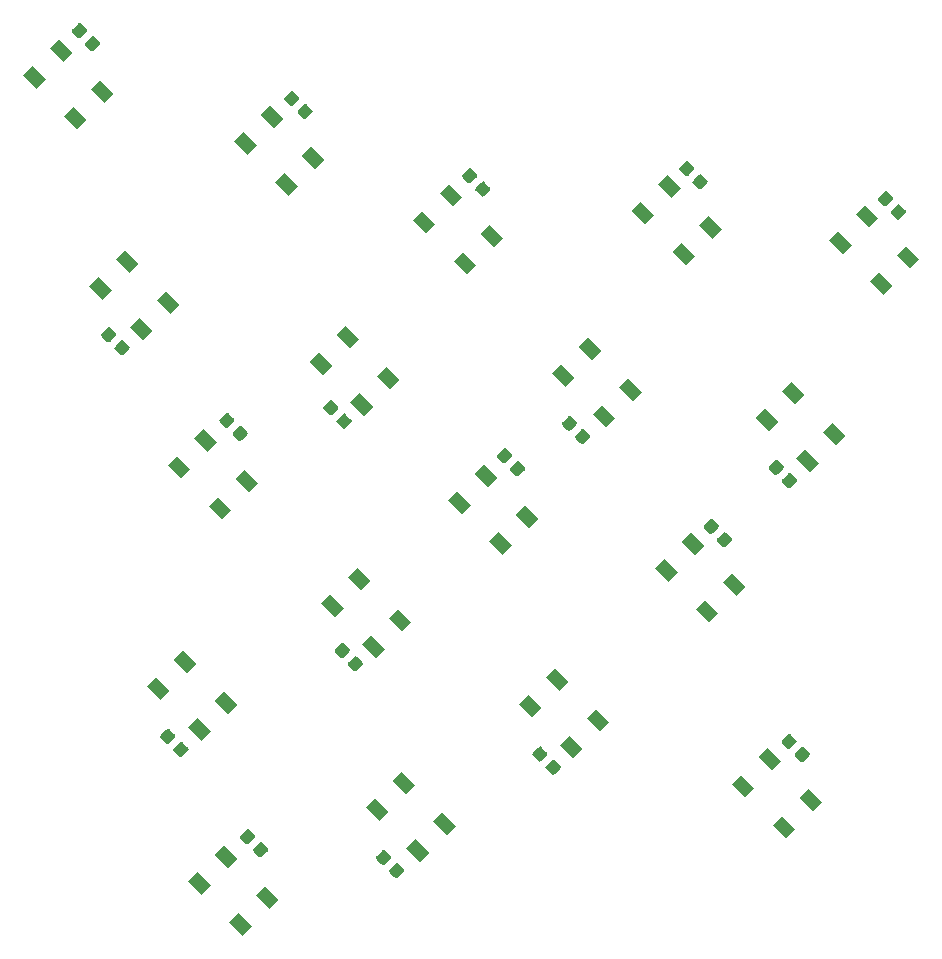
<source format=gts>
G04 #@! TF.GenerationSoftware,KiCad,Pcbnew,5.1.4+dfsg1-1*
G04 #@! TF.CreationDate,2019-11-16T18:33:33+01:00*
G04 #@! TF.ProjectId,LED-Polyhedron,4c45442d-506f-46c7-9968-6564726f6e2e,rev?*
G04 #@! TF.SameCoordinates,Original*
G04 #@! TF.FileFunction,Soldermask,Top*
G04 #@! TF.FilePolarity,Negative*
%FSLAX46Y46*%
G04 Gerber Fmt 4.6, Leading zero omitted, Abs format (unit mm)*
G04 Created by KiCad (PCBNEW 5.1.4+dfsg1-1) date 2019-11-16 18:33:33*
%MOMM*%
%LPD*%
G04 APERTURE LIST*
%ADD10C,0.100000*%
G04 APERTURE END LIST*
D10*
G36*
X25557049Y-81290559D02*
G01*
X24777818Y-82069790D01*
X23645033Y-80937005D01*
X24424264Y-80157774D01*
X25557049Y-81290559D01*
X25557049Y-81290559D01*
G37*
G36*
X27819790Y-79027818D02*
G01*
X27040559Y-79807049D01*
X25907774Y-78674264D01*
X26687005Y-77895033D01*
X27819790Y-79027818D01*
X27819790Y-79027818D01*
G37*
G36*
X22092226Y-77825736D02*
G01*
X21312995Y-78604967D01*
X20180210Y-77472182D01*
X20959441Y-76692951D01*
X22092226Y-77825736D01*
X22092226Y-77825736D01*
G37*
G36*
X37868705Y-75918855D02*
G01*
X37902683Y-75929163D01*
X37934004Y-75945904D01*
X37966218Y-75972342D01*
X38006069Y-76012193D01*
X38006075Y-76012198D01*
X38351496Y-76357619D01*
X38351501Y-76357625D01*
X38391352Y-76397476D01*
X38417790Y-76429690D01*
X38434531Y-76461011D01*
X38444839Y-76494989D01*
X38448319Y-76530330D01*
X38444839Y-76565671D01*
X38434531Y-76599649D01*
X38417790Y-76630970D01*
X38391352Y-76663184D01*
X38351501Y-76703035D01*
X38351496Y-76703041D01*
X37953041Y-77101496D01*
X37953035Y-77101501D01*
X37913184Y-77141352D01*
X37880970Y-77167790D01*
X37849649Y-77184531D01*
X37815671Y-77194839D01*
X37780330Y-77198319D01*
X37744989Y-77194839D01*
X37711011Y-77184531D01*
X37679690Y-77167790D01*
X37647476Y-77141352D01*
X37607625Y-77101501D01*
X37607619Y-77101496D01*
X37262198Y-76756075D01*
X37262193Y-76756069D01*
X37222342Y-76716218D01*
X37195904Y-76684004D01*
X37179163Y-76652683D01*
X37168855Y-76618705D01*
X37165375Y-76583364D01*
X37168855Y-76548023D01*
X37179163Y-76514045D01*
X37195904Y-76482724D01*
X37222342Y-76450510D01*
X37262193Y-76410659D01*
X37262198Y-76410653D01*
X37660653Y-76012198D01*
X37660659Y-76012193D01*
X37700510Y-75972342D01*
X37732724Y-75945904D01*
X37764045Y-75929163D01*
X37798023Y-75918855D01*
X37833364Y-75915375D01*
X37868705Y-75918855D01*
X37868705Y-75918855D01*
G37*
G36*
X24354967Y-75562995D02*
G01*
X23575736Y-76342226D01*
X22442951Y-75209441D01*
X23222182Y-74430210D01*
X24354967Y-75562995D01*
X24354967Y-75562995D01*
G37*
G36*
X36755011Y-74805161D02*
G01*
X36788989Y-74815469D01*
X36820310Y-74832210D01*
X36852524Y-74858648D01*
X36892375Y-74898499D01*
X36892381Y-74898504D01*
X37237802Y-75243925D01*
X37237807Y-75243931D01*
X37277658Y-75283782D01*
X37304096Y-75315996D01*
X37320837Y-75347317D01*
X37331145Y-75381295D01*
X37334625Y-75416636D01*
X37331145Y-75451977D01*
X37320837Y-75485955D01*
X37304096Y-75517276D01*
X37277658Y-75549490D01*
X37237807Y-75589341D01*
X37237802Y-75589347D01*
X36839347Y-75987802D01*
X36839341Y-75987807D01*
X36799490Y-76027658D01*
X36767276Y-76054096D01*
X36735955Y-76070837D01*
X36701977Y-76081145D01*
X36666636Y-76084625D01*
X36631295Y-76081145D01*
X36597317Y-76070837D01*
X36565996Y-76054096D01*
X36533782Y-76027658D01*
X36493931Y-75987807D01*
X36493925Y-75987802D01*
X36148504Y-75642381D01*
X36148499Y-75642375D01*
X36108648Y-75602524D01*
X36082210Y-75570310D01*
X36065469Y-75538989D01*
X36055161Y-75505011D01*
X36051681Y-75469670D01*
X36055161Y-75434329D01*
X36065469Y-75400351D01*
X36082210Y-75369030D01*
X36108648Y-75336816D01*
X36148499Y-75296965D01*
X36148504Y-75296959D01*
X36546959Y-74898504D01*
X36546965Y-74898499D01*
X36586816Y-74858648D01*
X36619030Y-74832210D01*
X36650351Y-74815469D01*
X36684329Y-74805161D01*
X36719670Y-74801681D01*
X36755011Y-74805161D01*
X36755011Y-74805161D01*
G37*
G36*
X40557049Y-75040559D02*
G01*
X39777818Y-75819790D01*
X38645033Y-74687005D01*
X39424264Y-73907774D01*
X40557049Y-75040559D01*
X40557049Y-75040559D01*
G37*
G36*
X26368705Y-74168855D02*
G01*
X26402683Y-74179163D01*
X26434004Y-74195904D01*
X26466218Y-74222342D01*
X26506069Y-74262193D01*
X26506075Y-74262198D01*
X26851496Y-74607619D01*
X26851501Y-74607625D01*
X26891352Y-74647476D01*
X26917790Y-74679690D01*
X26934531Y-74711011D01*
X26944839Y-74744989D01*
X26948319Y-74780330D01*
X26944839Y-74815671D01*
X26934531Y-74849649D01*
X26917790Y-74880970D01*
X26891352Y-74913184D01*
X26851501Y-74953035D01*
X26851496Y-74953041D01*
X26453041Y-75351496D01*
X26453035Y-75351501D01*
X26413184Y-75391352D01*
X26380970Y-75417790D01*
X26349649Y-75434531D01*
X26315671Y-75444839D01*
X26280330Y-75448319D01*
X26244989Y-75444839D01*
X26211011Y-75434531D01*
X26179690Y-75417790D01*
X26147476Y-75391352D01*
X26107625Y-75351501D01*
X26107619Y-75351496D01*
X25762198Y-75006075D01*
X25762193Y-75006069D01*
X25722342Y-74966218D01*
X25695904Y-74934004D01*
X25679163Y-74902683D01*
X25668855Y-74868705D01*
X25665375Y-74833364D01*
X25668855Y-74798023D01*
X25679163Y-74764045D01*
X25695904Y-74732724D01*
X25722342Y-74700510D01*
X25762193Y-74660659D01*
X25762198Y-74660653D01*
X26160653Y-74262198D01*
X26160659Y-74262193D01*
X26200510Y-74222342D01*
X26232724Y-74195904D01*
X26264045Y-74179163D01*
X26298023Y-74168855D01*
X26333364Y-74165375D01*
X26368705Y-74168855D01*
X26368705Y-74168855D01*
G37*
G36*
X25255011Y-73055161D02*
G01*
X25288989Y-73065469D01*
X25320310Y-73082210D01*
X25352524Y-73108648D01*
X25392375Y-73148499D01*
X25392381Y-73148504D01*
X25737802Y-73493925D01*
X25737807Y-73493931D01*
X25777658Y-73533782D01*
X25804096Y-73565996D01*
X25820837Y-73597317D01*
X25831145Y-73631295D01*
X25834625Y-73666636D01*
X25831145Y-73701977D01*
X25820837Y-73735955D01*
X25804096Y-73767276D01*
X25777658Y-73799490D01*
X25737807Y-73839341D01*
X25737802Y-73839347D01*
X25339347Y-74237802D01*
X25339341Y-74237807D01*
X25299490Y-74277658D01*
X25267276Y-74304096D01*
X25235955Y-74320837D01*
X25201977Y-74331145D01*
X25166636Y-74334625D01*
X25131295Y-74331145D01*
X25097317Y-74320837D01*
X25065996Y-74304096D01*
X25033782Y-74277658D01*
X24993931Y-74237807D01*
X24993925Y-74237802D01*
X24648504Y-73892381D01*
X24648499Y-73892375D01*
X24608648Y-73852524D01*
X24582210Y-73820310D01*
X24565469Y-73788989D01*
X24555161Y-73755011D01*
X24551681Y-73719670D01*
X24555161Y-73684329D01*
X24565469Y-73650351D01*
X24582210Y-73619030D01*
X24608648Y-73586816D01*
X24648499Y-73546965D01*
X24648504Y-73546959D01*
X25046959Y-73148504D01*
X25046965Y-73148499D01*
X25086816Y-73108648D01*
X25119030Y-73082210D01*
X25150351Y-73065469D01*
X25184329Y-73055161D01*
X25219670Y-73051681D01*
X25255011Y-73055161D01*
X25255011Y-73055161D01*
G37*
G36*
X71557049Y-73040559D02*
G01*
X70777818Y-73819790D01*
X69645033Y-72687005D01*
X70424264Y-71907774D01*
X71557049Y-73040559D01*
X71557049Y-73040559D01*
G37*
G36*
X42819790Y-72777818D02*
G01*
X42040559Y-73557049D01*
X40907774Y-72424264D01*
X41687005Y-71645033D01*
X42819790Y-72777818D01*
X42819790Y-72777818D01*
G37*
G36*
X37092226Y-71575736D02*
G01*
X36312995Y-72354967D01*
X35180210Y-71222182D01*
X35959441Y-70442951D01*
X37092226Y-71575736D01*
X37092226Y-71575736D01*
G37*
G36*
X73819790Y-70777818D02*
G01*
X73040559Y-71557049D01*
X71907774Y-70424264D01*
X72687005Y-69645033D01*
X73819790Y-70777818D01*
X73819790Y-70777818D01*
G37*
G36*
X68092226Y-69575736D02*
G01*
X67312995Y-70354967D01*
X66180210Y-69222182D01*
X66959441Y-68442951D01*
X68092226Y-69575736D01*
X68092226Y-69575736D01*
G37*
G36*
X39354967Y-69312995D02*
G01*
X38575736Y-70092226D01*
X37442951Y-68959441D01*
X38222182Y-68180210D01*
X39354967Y-69312995D01*
X39354967Y-69312995D01*
G37*
G36*
X51118705Y-67168855D02*
G01*
X51152683Y-67179163D01*
X51184004Y-67195904D01*
X51216218Y-67222342D01*
X51256069Y-67262193D01*
X51256075Y-67262198D01*
X51601496Y-67607619D01*
X51601501Y-67607625D01*
X51641352Y-67647476D01*
X51667790Y-67679690D01*
X51684531Y-67711011D01*
X51694839Y-67744989D01*
X51698319Y-67780330D01*
X51694839Y-67815671D01*
X51684531Y-67849649D01*
X51667790Y-67880970D01*
X51641352Y-67913184D01*
X51601501Y-67953035D01*
X51601496Y-67953041D01*
X51203041Y-68351496D01*
X51203035Y-68351501D01*
X51163184Y-68391352D01*
X51130970Y-68417790D01*
X51099649Y-68434531D01*
X51065671Y-68444839D01*
X51030330Y-68448319D01*
X50994989Y-68444839D01*
X50961011Y-68434531D01*
X50929690Y-68417790D01*
X50897476Y-68391352D01*
X50857625Y-68351501D01*
X50857619Y-68351496D01*
X50512198Y-68006075D01*
X50512193Y-68006069D01*
X50472342Y-67966218D01*
X50445904Y-67934004D01*
X50429163Y-67902683D01*
X50418855Y-67868705D01*
X50415375Y-67833364D01*
X50418855Y-67798023D01*
X50429163Y-67764045D01*
X50445904Y-67732724D01*
X50472342Y-67700510D01*
X50512193Y-67660659D01*
X50512198Y-67660653D01*
X50910653Y-67262198D01*
X50910659Y-67262193D01*
X50950510Y-67222342D01*
X50982724Y-67195904D01*
X51014045Y-67179163D01*
X51048023Y-67168855D01*
X51083364Y-67165375D01*
X51118705Y-67168855D01*
X51118705Y-67168855D01*
G37*
G36*
X70354967Y-67312995D02*
G01*
X69575736Y-68092226D01*
X68442951Y-66959441D01*
X69222182Y-66180210D01*
X70354967Y-67312995D01*
X70354967Y-67312995D01*
G37*
G36*
X72211858Y-66112008D02*
G01*
X72245836Y-66122316D01*
X72277157Y-66139057D01*
X72309371Y-66165495D01*
X72349222Y-66205346D01*
X72349228Y-66205351D01*
X72694649Y-66550772D01*
X72694654Y-66550778D01*
X72734505Y-66590629D01*
X72760943Y-66622843D01*
X72777684Y-66654164D01*
X72787992Y-66688142D01*
X72791472Y-66723483D01*
X72787992Y-66758824D01*
X72777684Y-66792802D01*
X72760943Y-66824123D01*
X72734505Y-66856337D01*
X72694654Y-66896188D01*
X72694649Y-66896194D01*
X72296194Y-67294649D01*
X72296188Y-67294654D01*
X72256337Y-67334505D01*
X72224123Y-67360943D01*
X72192802Y-67377684D01*
X72158824Y-67387992D01*
X72123483Y-67391472D01*
X72088142Y-67387992D01*
X72054164Y-67377684D01*
X72022843Y-67360943D01*
X71990629Y-67334505D01*
X71950778Y-67294654D01*
X71950772Y-67294649D01*
X71605351Y-66949228D01*
X71605346Y-66949222D01*
X71565495Y-66909371D01*
X71539057Y-66877157D01*
X71522316Y-66845836D01*
X71512008Y-66811858D01*
X71508528Y-66776517D01*
X71512008Y-66741176D01*
X71522316Y-66707198D01*
X71539057Y-66675877D01*
X71565495Y-66643663D01*
X71605346Y-66603812D01*
X71605351Y-66603806D01*
X72003806Y-66205351D01*
X72003812Y-66205346D01*
X72043663Y-66165495D01*
X72075877Y-66139057D01*
X72107198Y-66122316D01*
X72141176Y-66112008D01*
X72176517Y-66108528D01*
X72211858Y-66112008D01*
X72211858Y-66112008D01*
G37*
G36*
X50005011Y-66055161D02*
G01*
X50038989Y-66065469D01*
X50070310Y-66082210D01*
X50102524Y-66108648D01*
X50142375Y-66148499D01*
X50142381Y-66148504D01*
X50487802Y-66493925D01*
X50487807Y-66493931D01*
X50527658Y-66533782D01*
X50554096Y-66565996D01*
X50570837Y-66597317D01*
X50581145Y-66631295D01*
X50584625Y-66666636D01*
X50581145Y-66701977D01*
X50570837Y-66735955D01*
X50554096Y-66767276D01*
X50527658Y-66799490D01*
X50487807Y-66839341D01*
X50487802Y-66839347D01*
X50089347Y-67237802D01*
X50089341Y-67237807D01*
X50049490Y-67277658D01*
X50017276Y-67304096D01*
X49985955Y-67320837D01*
X49951977Y-67331145D01*
X49916636Y-67334625D01*
X49881295Y-67331145D01*
X49847317Y-67320837D01*
X49815996Y-67304096D01*
X49783782Y-67277658D01*
X49743931Y-67237807D01*
X49743925Y-67237802D01*
X49398504Y-66892381D01*
X49398499Y-66892375D01*
X49358648Y-66852524D01*
X49332210Y-66820310D01*
X49315469Y-66788989D01*
X49305161Y-66755011D01*
X49301681Y-66719670D01*
X49305161Y-66684329D01*
X49315469Y-66650351D01*
X49332210Y-66619030D01*
X49358648Y-66586816D01*
X49398499Y-66546965D01*
X49398504Y-66546959D01*
X49796959Y-66148504D01*
X49796965Y-66148499D01*
X49836816Y-66108648D01*
X49869030Y-66082210D01*
X49900351Y-66065469D01*
X49934329Y-66055161D01*
X49969670Y-66051681D01*
X50005011Y-66055161D01*
X50005011Y-66055161D01*
G37*
G36*
X53557049Y-66290559D02*
G01*
X52777818Y-67069790D01*
X51645033Y-65937005D01*
X52424264Y-65157774D01*
X53557049Y-66290559D01*
X53557049Y-66290559D01*
G37*
G36*
X19618705Y-65668855D02*
G01*
X19652683Y-65679163D01*
X19684004Y-65695904D01*
X19716218Y-65722342D01*
X19756069Y-65762193D01*
X19756075Y-65762198D01*
X20101496Y-66107619D01*
X20101501Y-66107625D01*
X20141352Y-66147476D01*
X20167790Y-66179690D01*
X20184531Y-66211011D01*
X20194839Y-66244989D01*
X20198319Y-66280330D01*
X20194839Y-66315671D01*
X20184531Y-66349649D01*
X20167790Y-66380970D01*
X20141352Y-66413184D01*
X20101501Y-66453035D01*
X20101496Y-66453041D01*
X19703041Y-66851496D01*
X19703035Y-66851501D01*
X19663184Y-66891352D01*
X19630970Y-66917790D01*
X19599649Y-66934531D01*
X19565671Y-66944839D01*
X19530330Y-66948319D01*
X19494989Y-66944839D01*
X19461011Y-66934531D01*
X19429690Y-66917790D01*
X19397476Y-66891352D01*
X19357625Y-66851501D01*
X19357619Y-66851496D01*
X19012198Y-66506075D01*
X19012193Y-66506069D01*
X18972342Y-66466218D01*
X18945904Y-66434004D01*
X18929163Y-66402683D01*
X18918855Y-66368705D01*
X18915375Y-66333364D01*
X18918855Y-66298023D01*
X18929163Y-66264045D01*
X18945904Y-66232724D01*
X18972342Y-66200510D01*
X19012193Y-66160659D01*
X19012198Y-66160653D01*
X19410653Y-65762198D01*
X19410659Y-65762193D01*
X19450510Y-65722342D01*
X19482724Y-65695904D01*
X19514045Y-65679163D01*
X19548023Y-65668855D01*
X19583364Y-65665375D01*
X19618705Y-65668855D01*
X19618705Y-65668855D01*
G37*
G36*
X71098164Y-64998314D02*
G01*
X71132142Y-65008622D01*
X71163463Y-65025363D01*
X71195677Y-65051801D01*
X71235528Y-65091652D01*
X71235534Y-65091657D01*
X71580955Y-65437078D01*
X71580960Y-65437084D01*
X71620811Y-65476935D01*
X71647249Y-65509149D01*
X71663990Y-65540470D01*
X71674298Y-65574448D01*
X71677778Y-65609789D01*
X71674298Y-65645130D01*
X71663990Y-65679108D01*
X71647249Y-65710429D01*
X71620811Y-65742643D01*
X71580960Y-65782494D01*
X71580955Y-65782500D01*
X71182500Y-66180955D01*
X71182494Y-66180960D01*
X71142643Y-66220811D01*
X71110429Y-66247249D01*
X71079108Y-66263990D01*
X71045130Y-66274298D01*
X71009789Y-66277778D01*
X70974448Y-66274298D01*
X70940470Y-66263990D01*
X70909149Y-66247249D01*
X70876935Y-66220811D01*
X70837084Y-66180960D01*
X70837078Y-66180955D01*
X70491657Y-65835534D01*
X70491652Y-65835528D01*
X70451801Y-65795677D01*
X70425363Y-65763463D01*
X70408622Y-65732142D01*
X70398314Y-65698164D01*
X70394834Y-65662823D01*
X70398314Y-65627482D01*
X70408622Y-65593504D01*
X70425363Y-65562183D01*
X70451801Y-65529969D01*
X70491652Y-65490118D01*
X70491657Y-65490112D01*
X70890112Y-65091657D01*
X70890118Y-65091652D01*
X70929969Y-65051801D01*
X70962183Y-65025363D01*
X70993504Y-65008622D01*
X71027482Y-64998314D01*
X71062823Y-64994834D01*
X71098164Y-64998314D01*
X71098164Y-64998314D01*
G37*
G36*
X18505011Y-64555161D02*
G01*
X18538989Y-64565469D01*
X18570310Y-64582210D01*
X18602524Y-64608648D01*
X18642375Y-64648499D01*
X18642381Y-64648504D01*
X18987802Y-64993925D01*
X18987807Y-64993931D01*
X19027658Y-65033782D01*
X19054096Y-65065996D01*
X19070837Y-65097317D01*
X19081145Y-65131295D01*
X19084625Y-65166636D01*
X19081145Y-65201977D01*
X19070837Y-65235955D01*
X19054096Y-65267276D01*
X19027658Y-65299490D01*
X18987807Y-65339341D01*
X18987802Y-65339347D01*
X18589347Y-65737802D01*
X18589341Y-65737807D01*
X18549490Y-65777658D01*
X18517276Y-65804096D01*
X18485955Y-65820837D01*
X18451977Y-65831145D01*
X18416636Y-65834625D01*
X18381295Y-65831145D01*
X18347317Y-65820837D01*
X18315996Y-65804096D01*
X18283782Y-65777658D01*
X18243931Y-65737807D01*
X18243925Y-65737802D01*
X17898504Y-65392381D01*
X17898499Y-65392375D01*
X17858648Y-65352524D01*
X17832210Y-65320310D01*
X17815469Y-65288989D01*
X17805161Y-65255011D01*
X17801681Y-65219670D01*
X17805161Y-65184329D01*
X17815469Y-65150351D01*
X17832210Y-65119030D01*
X17858648Y-65086816D01*
X17898499Y-65046965D01*
X17898504Y-65046959D01*
X18296959Y-64648504D01*
X18296965Y-64648499D01*
X18336816Y-64608648D01*
X18369030Y-64582210D01*
X18400351Y-64565469D01*
X18434329Y-64555161D01*
X18469670Y-64551681D01*
X18505011Y-64555161D01*
X18505011Y-64555161D01*
G37*
G36*
X22057049Y-64790559D02*
G01*
X21277818Y-65569790D01*
X20145033Y-64437005D01*
X20924264Y-63657774D01*
X22057049Y-64790559D01*
X22057049Y-64790559D01*
G37*
G36*
X55819790Y-64027818D02*
G01*
X55040559Y-64807049D01*
X53907774Y-63674264D01*
X54687005Y-62895033D01*
X55819790Y-64027818D01*
X55819790Y-64027818D01*
G37*
G36*
X50092226Y-62825736D02*
G01*
X49312995Y-63604967D01*
X48180210Y-62472182D01*
X48959441Y-61692951D01*
X50092226Y-62825736D01*
X50092226Y-62825736D01*
G37*
G36*
X24319790Y-62527818D02*
G01*
X23540559Y-63307049D01*
X22407774Y-62174264D01*
X23187005Y-61395033D01*
X24319790Y-62527818D01*
X24319790Y-62527818D01*
G37*
G36*
X18592226Y-61325736D02*
G01*
X17812995Y-62104967D01*
X16680210Y-60972182D01*
X17459441Y-60192951D01*
X18592226Y-61325736D01*
X18592226Y-61325736D01*
G37*
G36*
X52354967Y-60562995D02*
G01*
X51575736Y-61342226D01*
X50442951Y-60209441D01*
X51222182Y-59430210D01*
X52354967Y-60562995D01*
X52354967Y-60562995D01*
G37*
G36*
X20854967Y-59062995D02*
G01*
X20075736Y-59842226D01*
X18942951Y-58709441D01*
X19722182Y-57930210D01*
X20854967Y-59062995D01*
X20854967Y-59062995D01*
G37*
G36*
X34368705Y-58418855D02*
G01*
X34402683Y-58429163D01*
X34434004Y-58445904D01*
X34466218Y-58472342D01*
X34506069Y-58512193D01*
X34506075Y-58512198D01*
X34851496Y-58857619D01*
X34851501Y-58857625D01*
X34891352Y-58897476D01*
X34917790Y-58929690D01*
X34934531Y-58961011D01*
X34944839Y-58994989D01*
X34948319Y-59030330D01*
X34944839Y-59065671D01*
X34934531Y-59099649D01*
X34917790Y-59130970D01*
X34891352Y-59163184D01*
X34851501Y-59203035D01*
X34851496Y-59203041D01*
X34453041Y-59601496D01*
X34453035Y-59601501D01*
X34413184Y-59641352D01*
X34380970Y-59667790D01*
X34349649Y-59684531D01*
X34315671Y-59694839D01*
X34280330Y-59698319D01*
X34244989Y-59694839D01*
X34211011Y-59684531D01*
X34179690Y-59667790D01*
X34147476Y-59641352D01*
X34107625Y-59601501D01*
X34107619Y-59601496D01*
X33762198Y-59256075D01*
X33762193Y-59256069D01*
X33722342Y-59216218D01*
X33695904Y-59184004D01*
X33679163Y-59152683D01*
X33668855Y-59118705D01*
X33665375Y-59083364D01*
X33668855Y-59048023D01*
X33679163Y-59014045D01*
X33695904Y-58982724D01*
X33722342Y-58950510D01*
X33762193Y-58910659D01*
X33762198Y-58910653D01*
X34160653Y-58512198D01*
X34160659Y-58512193D01*
X34200510Y-58472342D01*
X34232724Y-58445904D01*
X34264045Y-58429163D01*
X34298023Y-58418855D01*
X34333364Y-58415375D01*
X34368705Y-58418855D01*
X34368705Y-58418855D01*
G37*
G36*
X33255011Y-57305161D02*
G01*
X33288989Y-57315469D01*
X33320310Y-57332210D01*
X33352524Y-57358648D01*
X33392375Y-57398499D01*
X33392381Y-57398504D01*
X33737802Y-57743925D01*
X33737807Y-57743931D01*
X33777658Y-57783782D01*
X33804096Y-57815996D01*
X33820837Y-57847317D01*
X33831145Y-57881295D01*
X33834625Y-57916636D01*
X33831145Y-57951977D01*
X33820837Y-57985955D01*
X33804096Y-58017276D01*
X33777658Y-58049490D01*
X33737807Y-58089341D01*
X33737802Y-58089347D01*
X33339347Y-58487802D01*
X33339341Y-58487807D01*
X33299490Y-58527658D01*
X33267276Y-58554096D01*
X33235955Y-58570837D01*
X33201977Y-58581145D01*
X33166636Y-58584625D01*
X33131295Y-58581145D01*
X33097317Y-58570837D01*
X33065996Y-58554096D01*
X33033782Y-58527658D01*
X32993931Y-58487807D01*
X32993925Y-58487802D01*
X32648504Y-58142381D01*
X32648499Y-58142375D01*
X32608648Y-58102524D01*
X32582210Y-58070310D01*
X32565469Y-58038989D01*
X32555161Y-58005011D01*
X32551681Y-57969670D01*
X32555161Y-57934329D01*
X32565469Y-57900351D01*
X32582210Y-57869030D01*
X32608648Y-57836816D01*
X32648499Y-57796965D01*
X32648504Y-57796959D01*
X33046959Y-57398504D01*
X33046965Y-57398499D01*
X33086816Y-57358648D01*
X33119030Y-57332210D01*
X33150351Y-57315469D01*
X33184329Y-57305161D01*
X33219670Y-57301681D01*
X33255011Y-57305161D01*
X33255011Y-57305161D01*
G37*
G36*
X36807049Y-57790559D02*
G01*
X36027818Y-58569790D01*
X34895033Y-57437005D01*
X35674264Y-56657774D01*
X36807049Y-57790559D01*
X36807049Y-57790559D01*
G37*
G36*
X39069790Y-55527818D02*
G01*
X38290559Y-56307049D01*
X37157774Y-55174264D01*
X37937005Y-54395033D01*
X39069790Y-55527818D01*
X39069790Y-55527818D01*
G37*
G36*
X65057049Y-54790559D02*
G01*
X64277818Y-55569790D01*
X63145033Y-54437005D01*
X63924264Y-53657774D01*
X65057049Y-54790559D01*
X65057049Y-54790559D01*
G37*
G36*
X33342226Y-54325736D02*
G01*
X32562995Y-55104967D01*
X31430210Y-53972182D01*
X32209441Y-53192951D01*
X33342226Y-54325736D01*
X33342226Y-54325736D01*
G37*
G36*
X67319790Y-52527818D02*
G01*
X66540559Y-53307049D01*
X65407774Y-52174264D01*
X66187005Y-51395033D01*
X67319790Y-52527818D01*
X67319790Y-52527818D01*
G37*
G36*
X35604967Y-52062995D02*
G01*
X34825736Y-52842226D01*
X33692951Y-51709441D01*
X34472182Y-50930210D01*
X35604967Y-52062995D01*
X35604967Y-52062995D01*
G37*
G36*
X61592226Y-51325736D02*
G01*
X60812995Y-52104967D01*
X59680210Y-50972182D01*
X60459441Y-50192951D01*
X61592226Y-51325736D01*
X61592226Y-51325736D01*
G37*
G36*
X63854967Y-49062995D02*
G01*
X63075736Y-49842226D01*
X61942951Y-48709441D01*
X62722182Y-47930210D01*
X63854967Y-49062995D01*
X63854967Y-49062995D01*
G37*
G36*
X47557049Y-49040559D02*
G01*
X46777818Y-49819790D01*
X45645033Y-48687005D01*
X46424264Y-47907774D01*
X47557049Y-49040559D01*
X47557049Y-49040559D01*
G37*
G36*
X65618705Y-47918855D02*
G01*
X65652683Y-47929163D01*
X65684004Y-47945904D01*
X65716218Y-47972342D01*
X65756069Y-48012193D01*
X65756075Y-48012198D01*
X66101496Y-48357619D01*
X66101501Y-48357625D01*
X66141352Y-48397476D01*
X66167790Y-48429690D01*
X66184531Y-48461011D01*
X66194839Y-48494989D01*
X66198319Y-48530330D01*
X66194839Y-48565671D01*
X66184531Y-48599649D01*
X66167790Y-48630970D01*
X66141352Y-48663184D01*
X66101501Y-48703035D01*
X66101496Y-48703041D01*
X65703041Y-49101496D01*
X65703035Y-49101501D01*
X65663184Y-49141352D01*
X65630970Y-49167790D01*
X65599649Y-49184531D01*
X65565671Y-49194839D01*
X65530330Y-49198319D01*
X65494989Y-49194839D01*
X65461011Y-49184531D01*
X65429690Y-49167790D01*
X65397476Y-49141352D01*
X65357625Y-49101501D01*
X65357619Y-49101496D01*
X65012198Y-48756075D01*
X65012193Y-48756069D01*
X64972342Y-48716218D01*
X64945904Y-48684004D01*
X64929163Y-48652683D01*
X64918855Y-48618705D01*
X64915375Y-48583364D01*
X64918855Y-48548023D01*
X64929163Y-48514045D01*
X64945904Y-48482724D01*
X64972342Y-48450510D01*
X65012193Y-48410659D01*
X65012198Y-48410653D01*
X65410653Y-48012198D01*
X65410659Y-48012193D01*
X65450510Y-47972342D01*
X65482724Y-47945904D01*
X65514045Y-47929163D01*
X65548023Y-47918855D01*
X65583364Y-47915375D01*
X65618705Y-47918855D01*
X65618705Y-47918855D01*
G37*
G36*
X64505011Y-46805161D02*
G01*
X64538989Y-46815469D01*
X64570310Y-46832210D01*
X64602524Y-46858648D01*
X64642375Y-46898499D01*
X64642381Y-46898504D01*
X64987802Y-47243925D01*
X64987807Y-47243931D01*
X65027658Y-47283782D01*
X65054096Y-47315996D01*
X65070837Y-47347317D01*
X65081145Y-47381295D01*
X65084625Y-47416636D01*
X65081145Y-47451977D01*
X65070837Y-47485955D01*
X65054096Y-47517276D01*
X65027658Y-47549490D01*
X64987807Y-47589341D01*
X64987802Y-47589347D01*
X64589347Y-47987802D01*
X64589341Y-47987807D01*
X64549490Y-48027658D01*
X64517276Y-48054096D01*
X64485955Y-48070837D01*
X64451977Y-48081145D01*
X64416636Y-48084625D01*
X64381295Y-48081145D01*
X64347317Y-48070837D01*
X64315996Y-48054096D01*
X64283782Y-48027658D01*
X64243931Y-47987807D01*
X64243925Y-47987802D01*
X63898504Y-47642381D01*
X63898499Y-47642375D01*
X63858648Y-47602524D01*
X63832210Y-47570310D01*
X63815469Y-47538989D01*
X63805161Y-47505011D01*
X63801681Y-47469670D01*
X63805161Y-47434329D01*
X63815469Y-47400351D01*
X63832210Y-47369030D01*
X63858648Y-47336816D01*
X63898499Y-47296965D01*
X63898504Y-47296959D01*
X64296959Y-46898504D01*
X64296965Y-46898499D01*
X64336816Y-46858648D01*
X64369030Y-46832210D01*
X64400351Y-46815469D01*
X64434329Y-46805161D01*
X64469670Y-46801681D01*
X64505011Y-46805161D01*
X64505011Y-46805161D01*
G37*
G36*
X49819790Y-46777818D02*
G01*
X49040559Y-47557049D01*
X47907774Y-46424264D01*
X48687005Y-45645033D01*
X49819790Y-46777818D01*
X49819790Y-46777818D01*
G37*
G36*
X23807049Y-46040559D02*
G01*
X23027818Y-46819790D01*
X21895033Y-45687005D01*
X22674264Y-44907774D01*
X23807049Y-46040559D01*
X23807049Y-46040559D01*
G37*
G36*
X44092226Y-45575736D02*
G01*
X43312995Y-46354967D01*
X42180210Y-45222182D01*
X42959441Y-44442951D01*
X44092226Y-45575736D01*
X44092226Y-45575736D01*
G37*
G36*
X26069790Y-43777818D02*
G01*
X25290559Y-44557049D01*
X24157774Y-43424264D01*
X24937005Y-42645033D01*
X26069790Y-43777818D01*
X26069790Y-43777818D01*
G37*
G36*
X71118705Y-42918855D02*
G01*
X71152683Y-42929163D01*
X71184004Y-42945904D01*
X71216218Y-42972342D01*
X71256069Y-43012193D01*
X71256075Y-43012198D01*
X71601496Y-43357619D01*
X71601501Y-43357625D01*
X71641352Y-43397476D01*
X71667790Y-43429690D01*
X71684531Y-43461011D01*
X71694839Y-43494989D01*
X71698319Y-43530330D01*
X71694839Y-43565671D01*
X71684531Y-43599649D01*
X71667790Y-43630970D01*
X71641352Y-43663184D01*
X71601501Y-43703035D01*
X71601496Y-43703041D01*
X71203041Y-44101496D01*
X71203035Y-44101501D01*
X71163184Y-44141352D01*
X71130970Y-44167790D01*
X71099649Y-44184531D01*
X71065671Y-44194839D01*
X71030330Y-44198319D01*
X70994989Y-44194839D01*
X70961011Y-44184531D01*
X70929690Y-44167790D01*
X70897476Y-44141352D01*
X70857625Y-44101501D01*
X70857619Y-44101496D01*
X70512198Y-43756075D01*
X70512193Y-43756069D01*
X70472342Y-43716218D01*
X70445904Y-43684004D01*
X70429163Y-43652683D01*
X70418855Y-43618705D01*
X70415375Y-43583364D01*
X70418855Y-43548023D01*
X70429163Y-43514045D01*
X70445904Y-43482724D01*
X70472342Y-43450510D01*
X70512193Y-43410659D01*
X70512198Y-43410653D01*
X70910653Y-43012198D01*
X70910659Y-43012193D01*
X70950510Y-42972342D01*
X70982724Y-42945904D01*
X71014045Y-42929163D01*
X71048023Y-42918855D01*
X71083364Y-42915375D01*
X71118705Y-42918855D01*
X71118705Y-42918855D01*
G37*
G36*
X46354967Y-43312995D02*
G01*
X45575736Y-44092226D01*
X44442951Y-42959441D01*
X45222182Y-42180210D01*
X46354967Y-43312995D01*
X46354967Y-43312995D01*
G37*
G36*
X20342226Y-42575736D02*
G01*
X19562995Y-43354967D01*
X18430210Y-42222182D01*
X19209441Y-41442951D01*
X20342226Y-42575736D01*
X20342226Y-42575736D01*
G37*
G36*
X48118705Y-41918855D02*
G01*
X48152683Y-41929163D01*
X48184004Y-41945904D01*
X48216218Y-41972342D01*
X48256069Y-42012193D01*
X48256075Y-42012198D01*
X48601496Y-42357619D01*
X48601501Y-42357625D01*
X48641352Y-42397476D01*
X48667790Y-42429690D01*
X48684531Y-42461011D01*
X48694839Y-42494989D01*
X48698319Y-42530330D01*
X48694839Y-42565671D01*
X48684531Y-42599649D01*
X48667790Y-42630970D01*
X48641352Y-42663184D01*
X48601501Y-42703035D01*
X48601496Y-42703041D01*
X48203041Y-43101496D01*
X48203035Y-43101501D01*
X48163184Y-43141352D01*
X48130970Y-43167790D01*
X48099649Y-43184531D01*
X48065671Y-43194839D01*
X48030330Y-43198319D01*
X47994989Y-43194839D01*
X47961011Y-43184531D01*
X47929690Y-43167790D01*
X47897476Y-43141352D01*
X47857625Y-43101501D01*
X47857619Y-43101496D01*
X47512198Y-42756075D01*
X47512193Y-42756069D01*
X47472342Y-42716218D01*
X47445904Y-42684004D01*
X47429163Y-42652683D01*
X47418855Y-42618705D01*
X47415375Y-42583364D01*
X47418855Y-42548023D01*
X47429163Y-42514045D01*
X47445904Y-42482724D01*
X47472342Y-42450510D01*
X47512193Y-42410659D01*
X47512198Y-42410653D01*
X47910653Y-42012198D01*
X47910659Y-42012193D01*
X47950510Y-41972342D01*
X47982724Y-41945904D01*
X48014045Y-41929163D01*
X48048023Y-41918855D01*
X48083364Y-41915375D01*
X48118705Y-41918855D01*
X48118705Y-41918855D01*
G37*
G36*
X70005011Y-41805161D02*
G01*
X70038989Y-41815469D01*
X70070310Y-41832210D01*
X70102524Y-41858648D01*
X70142375Y-41898499D01*
X70142381Y-41898504D01*
X70487802Y-42243925D01*
X70487807Y-42243931D01*
X70527658Y-42283782D01*
X70554096Y-42315996D01*
X70570837Y-42347317D01*
X70581145Y-42381295D01*
X70584625Y-42416636D01*
X70581145Y-42451977D01*
X70570837Y-42485955D01*
X70554096Y-42517276D01*
X70527658Y-42549490D01*
X70487807Y-42589341D01*
X70487802Y-42589347D01*
X70089347Y-42987802D01*
X70089341Y-42987807D01*
X70049490Y-43027658D01*
X70017276Y-43054096D01*
X69985955Y-43070837D01*
X69951977Y-43081145D01*
X69916636Y-43084625D01*
X69881295Y-43081145D01*
X69847317Y-43070837D01*
X69815996Y-43054096D01*
X69783782Y-43027658D01*
X69743931Y-42987807D01*
X69743925Y-42987802D01*
X69398504Y-42642381D01*
X69398499Y-42642375D01*
X69358648Y-42602524D01*
X69332210Y-42570310D01*
X69315469Y-42538989D01*
X69305161Y-42505011D01*
X69301681Y-42469670D01*
X69305161Y-42434329D01*
X69315469Y-42400351D01*
X69332210Y-42369030D01*
X69358648Y-42336816D01*
X69398499Y-42296965D01*
X69398504Y-42296959D01*
X69796959Y-41898504D01*
X69796965Y-41898499D01*
X69836816Y-41858648D01*
X69869030Y-41832210D01*
X69900351Y-41815469D01*
X69934329Y-41805161D01*
X69969670Y-41801681D01*
X70005011Y-41805161D01*
X70005011Y-41805161D01*
G37*
G36*
X73557049Y-42040559D02*
G01*
X72777818Y-42819790D01*
X71645033Y-41687005D01*
X72424264Y-40907774D01*
X73557049Y-42040559D01*
X73557049Y-42040559D01*
G37*
G36*
X47005011Y-40805161D02*
G01*
X47038989Y-40815469D01*
X47070310Y-40832210D01*
X47102524Y-40858648D01*
X47142375Y-40898499D01*
X47142381Y-40898504D01*
X47487802Y-41243925D01*
X47487807Y-41243931D01*
X47527658Y-41283782D01*
X47554096Y-41315996D01*
X47570837Y-41347317D01*
X47581145Y-41381295D01*
X47584625Y-41416636D01*
X47581145Y-41451977D01*
X47570837Y-41485955D01*
X47554096Y-41517276D01*
X47527658Y-41549490D01*
X47487807Y-41589341D01*
X47487802Y-41589347D01*
X47089347Y-41987802D01*
X47089341Y-41987807D01*
X47049490Y-42027658D01*
X47017276Y-42054096D01*
X46985955Y-42070837D01*
X46951977Y-42081145D01*
X46916636Y-42084625D01*
X46881295Y-42081145D01*
X46847317Y-42070837D01*
X46815996Y-42054096D01*
X46783782Y-42027658D01*
X46743931Y-41987807D01*
X46743925Y-41987802D01*
X46398504Y-41642381D01*
X46398499Y-41642375D01*
X46358648Y-41602524D01*
X46332210Y-41570310D01*
X46315469Y-41538989D01*
X46305161Y-41505011D01*
X46301681Y-41469670D01*
X46305161Y-41434329D01*
X46315469Y-41400351D01*
X46332210Y-41369030D01*
X46358648Y-41336816D01*
X46398499Y-41296965D01*
X46398504Y-41296959D01*
X46796959Y-40898504D01*
X46796965Y-40898499D01*
X46836816Y-40858648D01*
X46869030Y-40832210D01*
X46900351Y-40815469D01*
X46934329Y-40805161D01*
X46969670Y-40801681D01*
X47005011Y-40805161D01*
X47005011Y-40805161D01*
G37*
G36*
X22604967Y-40312995D02*
G01*
X21825736Y-41092226D01*
X20692951Y-39959441D01*
X21472182Y-39180210D01*
X22604967Y-40312995D01*
X22604967Y-40312995D01*
G37*
G36*
X75819790Y-39777818D02*
G01*
X75040559Y-40557049D01*
X73907774Y-39424264D01*
X74687005Y-38645033D01*
X75819790Y-39777818D01*
X75819790Y-39777818D01*
G37*
G36*
X53618705Y-39168855D02*
G01*
X53652683Y-39179163D01*
X53684004Y-39195904D01*
X53716218Y-39222342D01*
X53756069Y-39262193D01*
X53756075Y-39262198D01*
X54101496Y-39607619D01*
X54101501Y-39607625D01*
X54141352Y-39647476D01*
X54167790Y-39679690D01*
X54184531Y-39711011D01*
X54194839Y-39744989D01*
X54198319Y-39780330D01*
X54194839Y-39815671D01*
X54184531Y-39849649D01*
X54167790Y-39880970D01*
X54141352Y-39913184D01*
X54101501Y-39953035D01*
X54101496Y-39953041D01*
X53703041Y-40351496D01*
X53703035Y-40351501D01*
X53663184Y-40391352D01*
X53630970Y-40417790D01*
X53599649Y-40434531D01*
X53565671Y-40444839D01*
X53530330Y-40448319D01*
X53494989Y-40444839D01*
X53461011Y-40434531D01*
X53429690Y-40417790D01*
X53397476Y-40391352D01*
X53357625Y-40351501D01*
X53357619Y-40351496D01*
X53012198Y-40006075D01*
X53012193Y-40006069D01*
X52972342Y-39966218D01*
X52945904Y-39934004D01*
X52929163Y-39902683D01*
X52918855Y-39868705D01*
X52915375Y-39833364D01*
X52918855Y-39798023D01*
X52929163Y-39764045D01*
X52945904Y-39732724D01*
X52972342Y-39700510D01*
X53012193Y-39660659D01*
X53012198Y-39660653D01*
X53410653Y-39262198D01*
X53410659Y-39262193D01*
X53450510Y-39222342D01*
X53482724Y-39195904D01*
X53514045Y-39179163D01*
X53548023Y-39168855D01*
X53583364Y-39165375D01*
X53618705Y-39168855D01*
X53618705Y-39168855D01*
G37*
G36*
X24618705Y-38918855D02*
G01*
X24652683Y-38929163D01*
X24684004Y-38945904D01*
X24716218Y-38972342D01*
X24756069Y-39012193D01*
X24756075Y-39012198D01*
X25101496Y-39357619D01*
X25101501Y-39357625D01*
X25141352Y-39397476D01*
X25167790Y-39429690D01*
X25184531Y-39461011D01*
X25194839Y-39494989D01*
X25198319Y-39530330D01*
X25194839Y-39565671D01*
X25184531Y-39599649D01*
X25167790Y-39630970D01*
X25141352Y-39663184D01*
X25101501Y-39703035D01*
X25101496Y-39703041D01*
X24703041Y-40101496D01*
X24703035Y-40101501D01*
X24663184Y-40141352D01*
X24630970Y-40167790D01*
X24599649Y-40184531D01*
X24565671Y-40194839D01*
X24530330Y-40198319D01*
X24494989Y-40194839D01*
X24461011Y-40184531D01*
X24429690Y-40167790D01*
X24397476Y-40141352D01*
X24357625Y-40101501D01*
X24357619Y-40101496D01*
X24012198Y-39756075D01*
X24012193Y-39756069D01*
X23972342Y-39716218D01*
X23945904Y-39684004D01*
X23929163Y-39652683D01*
X23918855Y-39618705D01*
X23915375Y-39583364D01*
X23918855Y-39548023D01*
X23929163Y-39514045D01*
X23945904Y-39482724D01*
X23972342Y-39450510D01*
X24012193Y-39410659D01*
X24012198Y-39410653D01*
X24410653Y-39012198D01*
X24410659Y-39012193D01*
X24450510Y-38972342D01*
X24482724Y-38945904D01*
X24514045Y-38929163D01*
X24548023Y-38918855D01*
X24583364Y-38915375D01*
X24618705Y-38918855D01*
X24618705Y-38918855D01*
G37*
G36*
X70092226Y-38575736D02*
G01*
X69312995Y-39354967D01*
X68180210Y-38222182D01*
X68959441Y-37442951D01*
X70092226Y-38575736D01*
X70092226Y-38575736D01*
G37*
G36*
X52505011Y-38055161D02*
G01*
X52538989Y-38065469D01*
X52570310Y-38082210D01*
X52602524Y-38108648D01*
X52642375Y-38148499D01*
X52642381Y-38148504D01*
X52987802Y-38493925D01*
X52987807Y-38493931D01*
X53027658Y-38533782D01*
X53054096Y-38565996D01*
X53070837Y-38597317D01*
X53081145Y-38631295D01*
X53084625Y-38666636D01*
X53081145Y-38701977D01*
X53070837Y-38735955D01*
X53054096Y-38767276D01*
X53027658Y-38799490D01*
X52987807Y-38839341D01*
X52987802Y-38839347D01*
X52589347Y-39237802D01*
X52589341Y-39237807D01*
X52549490Y-39277658D01*
X52517276Y-39304096D01*
X52485955Y-39320837D01*
X52451977Y-39331145D01*
X52416636Y-39334625D01*
X52381295Y-39331145D01*
X52347317Y-39320837D01*
X52315996Y-39304096D01*
X52283782Y-39277658D01*
X52243931Y-39237807D01*
X52243925Y-39237802D01*
X51898504Y-38892381D01*
X51898499Y-38892375D01*
X51858648Y-38852524D01*
X51832210Y-38820310D01*
X51815469Y-38788989D01*
X51805161Y-38755011D01*
X51801681Y-38719670D01*
X51805161Y-38684329D01*
X51815469Y-38650351D01*
X51832210Y-38619030D01*
X51858648Y-38586816D01*
X51898499Y-38546965D01*
X51898504Y-38546959D01*
X52296959Y-38148504D01*
X52296965Y-38148499D01*
X52336816Y-38108648D01*
X52369030Y-38082210D01*
X52400351Y-38065469D01*
X52434329Y-38055161D01*
X52469670Y-38051681D01*
X52505011Y-38055161D01*
X52505011Y-38055161D01*
G37*
G36*
X33418705Y-37868855D02*
G01*
X33452683Y-37879163D01*
X33484004Y-37895904D01*
X33516218Y-37922342D01*
X33556069Y-37962193D01*
X33556075Y-37962198D01*
X33901496Y-38307619D01*
X33901501Y-38307625D01*
X33941352Y-38347476D01*
X33967790Y-38379690D01*
X33984531Y-38411011D01*
X33994839Y-38444989D01*
X33998319Y-38480330D01*
X33994839Y-38515671D01*
X33984531Y-38549649D01*
X33967790Y-38580970D01*
X33941352Y-38613184D01*
X33901501Y-38653035D01*
X33901496Y-38653041D01*
X33503041Y-39051496D01*
X33503035Y-39051501D01*
X33463184Y-39091352D01*
X33430970Y-39117790D01*
X33399649Y-39134531D01*
X33365671Y-39144839D01*
X33330330Y-39148319D01*
X33294989Y-39144839D01*
X33261011Y-39134531D01*
X33229690Y-39117790D01*
X33197476Y-39091352D01*
X33157625Y-39051501D01*
X33157619Y-39051496D01*
X32812198Y-38706075D01*
X32812193Y-38706069D01*
X32772342Y-38666218D01*
X32745904Y-38634004D01*
X32729163Y-38602683D01*
X32718855Y-38568705D01*
X32715375Y-38533364D01*
X32718855Y-38498023D01*
X32729163Y-38464045D01*
X32745904Y-38432724D01*
X32772342Y-38400510D01*
X32812193Y-38360659D01*
X32812198Y-38360653D01*
X33210653Y-37962198D01*
X33210659Y-37962193D01*
X33250510Y-37922342D01*
X33282724Y-37895904D01*
X33314045Y-37879163D01*
X33348023Y-37868855D01*
X33383364Y-37865375D01*
X33418705Y-37868855D01*
X33418705Y-37868855D01*
G37*
G36*
X23505011Y-37805161D02*
G01*
X23538989Y-37815469D01*
X23570310Y-37832210D01*
X23602524Y-37858648D01*
X23642375Y-37898499D01*
X23642381Y-37898504D01*
X23987802Y-38243925D01*
X23987807Y-38243931D01*
X24027658Y-38283782D01*
X24054096Y-38315996D01*
X24070837Y-38347317D01*
X24081145Y-38381295D01*
X24084625Y-38416636D01*
X24081145Y-38451977D01*
X24070837Y-38485955D01*
X24054096Y-38517276D01*
X24027658Y-38549490D01*
X23987807Y-38589341D01*
X23987802Y-38589347D01*
X23589347Y-38987802D01*
X23589341Y-38987807D01*
X23549490Y-39027658D01*
X23517276Y-39054096D01*
X23485955Y-39070837D01*
X23451977Y-39081145D01*
X23416636Y-39084625D01*
X23381295Y-39081145D01*
X23347317Y-39070837D01*
X23315996Y-39054096D01*
X23283782Y-39027658D01*
X23243931Y-38987807D01*
X23243925Y-38987802D01*
X22898504Y-38642381D01*
X22898499Y-38642375D01*
X22858648Y-38602524D01*
X22832210Y-38570310D01*
X22815469Y-38538989D01*
X22805161Y-38505011D01*
X22801681Y-38469670D01*
X22805161Y-38434329D01*
X22815469Y-38400351D01*
X22832210Y-38369030D01*
X22858648Y-38336816D01*
X22898499Y-38296965D01*
X22898504Y-38296959D01*
X23296959Y-37898504D01*
X23296965Y-37898499D01*
X23336816Y-37858648D01*
X23369030Y-37832210D01*
X23400351Y-37815469D01*
X23434329Y-37805161D01*
X23469670Y-37801681D01*
X23505011Y-37805161D01*
X23505011Y-37805161D01*
G37*
G36*
X56307049Y-38290559D02*
G01*
X55527818Y-39069790D01*
X54395033Y-37937005D01*
X55174264Y-37157774D01*
X56307049Y-38290559D01*
X56307049Y-38290559D01*
G37*
G36*
X35807049Y-37290559D02*
G01*
X35027818Y-38069790D01*
X33895033Y-36937005D01*
X34674264Y-36157774D01*
X35807049Y-37290559D01*
X35807049Y-37290559D01*
G37*
G36*
X32305011Y-36755161D02*
G01*
X32338989Y-36765469D01*
X32370310Y-36782210D01*
X32402524Y-36808648D01*
X32442375Y-36848499D01*
X32442381Y-36848504D01*
X32787802Y-37193925D01*
X32787807Y-37193931D01*
X32827658Y-37233782D01*
X32854096Y-37265996D01*
X32870837Y-37297317D01*
X32881145Y-37331295D01*
X32884625Y-37366636D01*
X32881145Y-37401977D01*
X32870837Y-37435955D01*
X32854096Y-37467276D01*
X32827658Y-37499490D01*
X32787807Y-37539341D01*
X32787802Y-37539347D01*
X32389347Y-37937802D01*
X32389341Y-37937807D01*
X32349490Y-37977658D01*
X32317276Y-38004096D01*
X32285955Y-38020837D01*
X32251977Y-38031145D01*
X32216636Y-38034625D01*
X32181295Y-38031145D01*
X32147317Y-38020837D01*
X32115996Y-38004096D01*
X32083782Y-37977658D01*
X32043931Y-37937807D01*
X32043925Y-37937802D01*
X31698504Y-37592381D01*
X31698499Y-37592375D01*
X31658648Y-37552524D01*
X31632210Y-37520310D01*
X31615469Y-37488989D01*
X31605161Y-37455011D01*
X31601681Y-37419670D01*
X31605161Y-37384329D01*
X31615469Y-37350351D01*
X31632210Y-37319030D01*
X31658648Y-37286816D01*
X31698499Y-37246965D01*
X31698504Y-37246959D01*
X32096959Y-36848504D01*
X32096965Y-36848499D01*
X32136816Y-36808648D01*
X32169030Y-36782210D01*
X32200351Y-36765469D01*
X32234329Y-36755161D01*
X32269670Y-36751681D01*
X32305011Y-36755161D01*
X32305011Y-36755161D01*
G37*
G36*
X72354967Y-36312995D02*
G01*
X71575736Y-37092226D01*
X70442951Y-35959441D01*
X71222182Y-35180210D01*
X72354967Y-36312995D01*
X72354967Y-36312995D01*
G37*
G36*
X58569790Y-36027818D02*
G01*
X57790559Y-36807049D01*
X56657774Y-35674264D01*
X57437005Y-34895033D01*
X58569790Y-36027818D01*
X58569790Y-36027818D01*
G37*
G36*
X38069790Y-35027818D02*
G01*
X37290559Y-35807049D01*
X36157774Y-34674264D01*
X36937005Y-33895033D01*
X38069790Y-35027818D01*
X38069790Y-35027818D01*
G37*
G36*
X52842226Y-34825736D02*
G01*
X52062995Y-35604967D01*
X50930210Y-34472182D01*
X51709441Y-33692951D01*
X52842226Y-34825736D01*
X52842226Y-34825736D01*
G37*
G36*
X32342226Y-33825736D02*
G01*
X31562995Y-34604967D01*
X30430210Y-33472182D01*
X31209441Y-32692951D01*
X32342226Y-33825736D01*
X32342226Y-33825736D01*
G37*
G36*
X55104967Y-32562995D02*
G01*
X54325736Y-33342226D01*
X53192951Y-32209441D01*
X53972182Y-31430210D01*
X55104967Y-32562995D01*
X55104967Y-32562995D01*
G37*
G36*
X14618705Y-31668855D02*
G01*
X14652683Y-31679163D01*
X14684004Y-31695904D01*
X14716218Y-31722342D01*
X14756069Y-31762193D01*
X14756075Y-31762198D01*
X15101496Y-32107619D01*
X15101501Y-32107625D01*
X15141352Y-32147476D01*
X15167790Y-32179690D01*
X15184531Y-32211011D01*
X15194839Y-32244989D01*
X15198319Y-32280330D01*
X15194839Y-32315671D01*
X15184531Y-32349649D01*
X15167790Y-32380970D01*
X15141352Y-32413184D01*
X15101501Y-32453035D01*
X15101496Y-32453041D01*
X14703041Y-32851496D01*
X14703035Y-32851501D01*
X14663184Y-32891352D01*
X14630970Y-32917790D01*
X14599649Y-32934531D01*
X14565671Y-32944839D01*
X14530330Y-32948319D01*
X14494989Y-32944839D01*
X14461011Y-32934531D01*
X14429690Y-32917790D01*
X14397476Y-32891352D01*
X14357625Y-32851501D01*
X14357619Y-32851496D01*
X14012198Y-32506075D01*
X14012193Y-32506069D01*
X13972342Y-32466218D01*
X13945904Y-32434004D01*
X13929163Y-32402683D01*
X13918855Y-32368705D01*
X13915375Y-32333364D01*
X13918855Y-32298023D01*
X13929163Y-32264045D01*
X13945904Y-32232724D01*
X13972342Y-32200510D01*
X14012193Y-32160659D01*
X14012198Y-32160653D01*
X14410653Y-31762198D01*
X14410659Y-31762193D01*
X14450510Y-31722342D01*
X14482724Y-31695904D01*
X14514045Y-31679163D01*
X14548023Y-31668855D01*
X14583364Y-31665375D01*
X14618705Y-31668855D01*
X14618705Y-31668855D01*
G37*
G36*
X34604967Y-31562995D02*
G01*
X33825736Y-32342226D01*
X32692951Y-31209441D01*
X33472182Y-30430210D01*
X34604967Y-31562995D01*
X34604967Y-31562995D01*
G37*
G36*
X13505011Y-30555161D02*
G01*
X13538989Y-30565469D01*
X13570310Y-30582210D01*
X13602524Y-30608648D01*
X13642375Y-30648499D01*
X13642381Y-30648504D01*
X13987802Y-30993925D01*
X13987807Y-30993931D01*
X14027658Y-31033782D01*
X14054096Y-31065996D01*
X14070837Y-31097317D01*
X14081145Y-31131295D01*
X14084625Y-31166636D01*
X14081145Y-31201977D01*
X14070837Y-31235955D01*
X14054096Y-31267276D01*
X14027658Y-31299490D01*
X13987807Y-31339341D01*
X13987802Y-31339347D01*
X13589347Y-31737802D01*
X13589341Y-31737807D01*
X13549490Y-31777658D01*
X13517276Y-31804096D01*
X13485955Y-31820837D01*
X13451977Y-31831145D01*
X13416636Y-31834625D01*
X13381295Y-31831145D01*
X13347317Y-31820837D01*
X13315996Y-31804096D01*
X13283782Y-31777658D01*
X13243931Y-31737807D01*
X13243925Y-31737802D01*
X12898504Y-31392381D01*
X12898499Y-31392375D01*
X12858648Y-31352524D01*
X12832210Y-31320310D01*
X12815469Y-31288989D01*
X12805161Y-31255011D01*
X12801681Y-31219670D01*
X12805161Y-31184329D01*
X12815469Y-31150351D01*
X12832210Y-31119030D01*
X12858648Y-31086816D01*
X12898499Y-31046965D01*
X12898504Y-31046959D01*
X13296959Y-30648504D01*
X13296965Y-30648499D01*
X13336816Y-30608648D01*
X13369030Y-30582210D01*
X13400351Y-30565469D01*
X13434329Y-30555161D01*
X13469670Y-30551681D01*
X13505011Y-30555161D01*
X13505011Y-30555161D01*
G37*
G36*
X17158090Y-30904341D02*
G01*
X16378859Y-31683572D01*
X15246074Y-30550787D01*
X16025305Y-29771556D01*
X17158090Y-30904341D01*
X17158090Y-30904341D01*
G37*
G36*
X19420831Y-28641600D02*
G01*
X18641600Y-29420831D01*
X17508815Y-28288046D01*
X18288046Y-27508815D01*
X19420831Y-28641600D01*
X19420831Y-28641600D01*
G37*
G36*
X13693267Y-27439518D02*
G01*
X12914036Y-28218749D01*
X11781251Y-27085964D01*
X12560482Y-26306733D01*
X13693267Y-27439518D01*
X13693267Y-27439518D01*
G37*
G36*
X79807049Y-27040559D02*
G01*
X79027818Y-27819790D01*
X77895033Y-26687005D01*
X78674264Y-25907774D01*
X79807049Y-27040559D01*
X79807049Y-27040559D01*
G37*
G36*
X44557049Y-25290559D02*
G01*
X43777818Y-26069790D01*
X42645033Y-24937005D01*
X43424264Y-24157774D01*
X44557049Y-25290559D01*
X44557049Y-25290559D01*
G37*
G36*
X15956008Y-25176777D02*
G01*
X15176777Y-25956008D01*
X14043992Y-24823223D01*
X14823223Y-24043992D01*
X15956008Y-25176777D01*
X15956008Y-25176777D01*
G37*
G36*
X82069790Y-24777818D02*
G01*
X81290559Y-25557049D01*
X80157774Y-24424264D01*
X80937005Y-23645033D01*
X82069790Y-24777818D01*
X82069790Y-24777818D01*
G37*
G36*
X63057049Y-24540559D02*
G01*
X62277818Y-25319790D01*
X61145033Y-24187005D01*
X61924264Y-23407774D01*
X63057049Y-24540559D01*
X63057049Y-24540559D01*
G37*
G36*
X76342226Y-23575736D02*
G01*
X75562995Y-24354967D01*
X74430210Y-23222182D01*
X75209441Y-22442951D01*
X76342226Y-23575736D01*
X76342226Y-23575736D01*
G37*
G36*
X46819790Y-23027818D02*
G01*
X46040559Y-23807049D01*
X44907774Y-22674264D01*
X45687005Y-21895033D01*
X46819790Y-23027818D01*
X46819790Y-23027818D01*
G37*
G36*
X65319790Y-22277818D02*
G01*
X64540559Y-23057049D01*
X63407774Y-21924264D01*
X64187005Y-21145033D01*
X65319790Y-22277818D01*
X65319790Y-22277818D01*
G37*
G36*
X41092226Y-21825736D02*
G01*
X40312995Y-22604967D01*
X39180210Y-21472182D01*
X39959441Y-20692951D01*
X41092226Y-21825736D01*
X41092226Y-21825736D01*
G37*
G36*
X78604967Y-21312995D02*
G01*
X77825736Y-22092226D01*
X76692951Y-20959441D01*
X77472182Y-20180210D01*
X78604967Y-21312995D01*
X78604967Y-21312995D01*
G37*
G36*
X59592226Y-21075736D02*
G01*
X58812995Y-21854967D01*
X57680210Y-20722182D01*
X58459441Y-19942951D01*
X59592226Y-21075736D01*
X59592226Y-21075736D01*
G37*
G36*
X80368705Y-20168855D02*
G01*
X80402683Y-20179163D01*
X80434004Y-20195904D01*
X80466218Y-20222342D01*
X80506069Y-20262193D01*
X80506075Y-20262198D01*
X80851496Y-20607619D01*
X80851501Y-20607625D01*
X80891352Y-20647476D01*
X80917790Y-20679690D01*
X80934531Y-20711011D01*
X80944839Y-20744989D01*
X80948319Y-20780330D01*
X80944839Y-20815671D01*
X80934531Y-20849649D01*
X80917790Y-20880970D01*
X80891352Y-20913184D01*
X80851501Y-20953035D01*
X80851496Y-20953041D01*
X80453041Y-21351496D01*
X80453035Y-21351501D01*
X80413184Y-21391352D01*
X80380970Y-21417790D01*
X80349649Y-21434531D01*
X80315671Y-21444839D01*
X80280330Y-21448319D01*
X80244989Y-21444839D01*
X80211011Y-21434531D01*
X80179690Y-21417790D01*
X80147476Y-21391352D01*
X80107625Y-21351501D01*
X80107619Y-21351496D01*
X79762198Y-21006075D01*
X79762193Y-21006069D01*
X79722342Y-20966218D01*
X79695904Y-20934004D01*
X79679163Y-20902683D01*
X79668855Y-20868705D01*
X79665375Y-20833364D01*
X79668855Y-20798023D01*
X79679163Y-20764045D01*
X79695904Y-20732724D01*
X79722342Y-20700510D01*
X79762193Y-20660659D01*
X79762198Y-20660653D01*
X80160653Y-20262198D01*
X80160659Y-20262193D01*
X80200510Y-20222342D01*
X80232724Y-20195904D01*
X80264045Y-20179163D01*
X80298023Y-20168855D01*
X80333364Y-20165375D01*
X80368705Y-20168855D01*
X80368705Y-20168855D01*
G37*
G36*
X43354967Y-19562995D02*
G01*
X42575736Y-20342226D01*
X41442951Y-19209441D01*
X42222182Y-18430210D01*
X43354967Y-19562995D01*
X43354967Y-19562995D01*
G37*
G36*
X79255011Y-19055161D02*
G01*
X79288989Y-19065469D01*
X79320310Y-19082210D01*
X79352524Y-19108648D01*
X79392375Y-19148499D01*
X79392381Y-19148504D01*
X79737802Y-19493925D01*
X79737807Y-19493931D01*
X79777658Y-19533782D01*
X79804096Y-19565996D01*
X79820837Y-19597317D01*
X79831145Y-19631295D01*
X79834625Y-19666636D01*
X79831145Y-19701977D01*
X79820837Y-19735955D01*
X79804096Y-19767276D01*
X79777658Y-19799490D01*
X79737807Y-19839341D01*
X79737802Y-19839347D01*
X79339347Y-20237802D01*
X79339341Y-20237807D01*
X79299490Y-20277658D01*
X79267276Y-20304096D01*
X79235955Y-20320837D01*
X79201977Y-20331145D01*
X79166636Y-20334625D01*
X79131295Y-20331145D01*
X79097317Y-20320837D01*
X79065996Y-20304096D01*
X79033782Y-20277658D01*
X78993931Y-20237807D01*
X78993925Y-20237802D01*
X78648504Y-19892381D01*
X78648499Y-19892375D01*
X78608648Y-19852524D01*
X78582210Y-19820310D01*
X78565469Y-19788989D01*
X78555161Y-19755011D01*
X78551681Y-19719670D01*
X78555161Y-19684329D01*
X78565469Y-19650351D01*
X78582210Y-19619030D01*
X78608648Y-19586816D01*
X78648499Y-19546965D01*
X78648504Y-19546959D01*
X79046959Y-19148504D01*
X79046965Y-19148499D01*
X79086816Y-19108648D01*
X79119030Y-19082210D01*
X79150351Y-19065469D01*
X79184329Y-19055161D01*
X79219670Y-19051681D01*
X79255011Y-19055161D01*
X79255011Y-19055161D01*
G37*
G36*
X61854967Y-18812995D02*
G01*
X61075736Y-19592226D01*
X59942951Y-18459441D01*
X60722182Y-17680210D01*
X61854967Y-18812995D01*
X61854967Y-18812995D01*
G37*
G36*
X45175552Y-18225702D02*
G01*
X45209530Y-18236010D01*
X45240851Y-18252751D01*
X45273065Y-18279189D01*
X45312916Y-18319040D01*
X45312922Y-18319045D01*
X45658343Y-18664466D01*
X45658348Y-18664472D01*
X45698199Y-18704323D01*
X45724637Y-18736537D01*
X45741378Y-18767858D01*
X45751686Y-18801836D01*
X45755166Y-18837177D01*
X45751686Y-18872518D01*
X45741378Y-18906496D01*
X45724637Y-18937817D01*
X45698199Y-18970031D01*
X45658348Y-19009882D01*
X45658343Y-19009888D01*
X45259888Y-19408343D01*
X45259882Y-19408348D01*
X45220031Y-19448199D01*
X45187817Y-19474637D01*
X45156496Y-19491378D01*
X45122518Y-19501686D01*
X45087177Y-19505166D01*
X45051836Y-19501686D01*
X45017858Y-19491378D01*
X44986537Y-19474637D01*
X44954323Y-19448199D01*
X44914472Y-19408348D01*
X44914466Y-19408343D01*
X44569045Y-19062922D01*
X44569040Y-19062916D01*
X44529189Y-19023065D01*
X44502751Y-18990851D01*
X44486010Y-18959530D01*
X44475702Y-18925552D01*
X44472222Y-18890211D01*
X44475702Y-18854870D01*
X44486010Y-18820892D01*
X44502751Y-18789571D01*
X44529189Y-18757357D01*
X44569040Y-18717506D01*
X44569045Y-18717500D01*
X44967500Y-18319045D01*
X44967506Y-18319040D01*
X45007357Y-18279189D01*
X45039571Y-18252751D01*
X45070892Y-18236010D01*
X45104870Y-18225702D01*
X45140211Y-18222222D01*
X45175552Y-18225702D01*
X45175552Y-18225702D01*
G37*
G36*
X29420831Y-18641600D02*
G01*
X28641600Y-19420831D01*
X27508815Y-18288046D01*
X28288046Y-17508815D01*
X29420831Y-18641600D01*
X29420831Y-18641600D01*
G37*
G36*
X63561858Y-17612008D02*
G01*
X63595836Y-17622316D01*
X63627157Y-17639057D01*
X63659371Y-17665495D01*
X63699222Y-17705346D01*
X63699228Y-17705351D01*
X64044649Y-18050772D01*
X64044654Y-18050778D01*
X64084505Y-18090629D01*
X64110943Y-18122843D01*
X64127684Y-18154164D01*
X64137992Y-18188142D01*
X64141472Y-18223483D01*
X64137992Y-18258824D01*
X64127684Y-18292802D01*
X64110943Y-18324123D01*
X64084505Y-18356337D01*
X64044654Y-18396188D01*
X64044649Y-18396194D01*
X63646194Y-18794649D01*
X63646188Y-18794654D01*
X63606337Y-18834505D01*
X63574123Y-18860943D01*
X63542802Y-18877684D01*
X63508824Y-18887992D01*
X63473483Y-18891472D01*
X63438142Y-18887992D01*
X63404164Y-18877684D01*
X63372843Y-18860943D01*
X63340629Y-18834505D01*
X63300778Y-18794654D01*
X63300772Y-18794649D01*
X62955351Y-18449228D01*
X62955346Y-18449222D01*
X62915495Y-18409371D01*
X62889057Y-18377157D01*
X62872316Y-18345836D01*
X62862008Y-18311858D01*
X62858528Y-18276517D01*
X62862008Y-18241176D01*
X62872316Y-18207198D01*
X62889057Y-18175877D01*
X62915495Y-18143663D01*
X62955346Y-18103812D01*
X62955351Y-18103806D01*
X63353806Y-17705351D01*
X63353812Y-17705346D01*
X63393663Y-17665495D01*
X63425877Y-17639057D01*
X63457198Y-17622316D01*
X63491176Y-17612008D01*
X63526517Y-17608528D01*
X63561858Y-17612008D01*
X63561858Y-17612008D01*
G37*
G36*
X44061858Y-17112008D02*
G01*
X44095836Y-17122316D01*
X44127157Y-17139057D01*
X44159371Y-17165495D01*
X44199222Y-17205346D01*
X44199228Y-17205351D01*
X44544649Y-17550772D01*
X44544654Y-17550778D01*
X44584505Y-17590629D01*
X44610943Y-17622843D01*
X44627684Y-17654164D01*
X44637992Y-17688142D01*
X44641472Y-17723483D01*
X44637992Y-17758824D01*
X44627684Y-17792802D01*
X44610943Y-17824123D01*
X44584505Y-17856337D01*
X44544654Y-17896188D01*
X44544649Y-17896194D01*
X44146194Y-18294649D01*
X44146188Y-18294654D01*
X44106337Y-18334505D01*
X44074123Y-18360943D01*
X44042802Y-18377684D01*
X44008824Y-18387992D01*
X43973483Y-18391472D01*
X43938142Y-18387992D01*
X43904164Y-18377684D01*
X43872843Y-18360943D01*
X43840629Y-18334505D01*
X43800778Y-18294654D01*
X43800772Y-18294649D01*
X43455351Y-17949228D01*
X43455346Y-17949222D01*
X43415495Y-17909371D01*
X43389057Y-17877157D01*
X43372316Y-17845836D01*
X43362008Y-17811858D01*
X43358528Y-17776517D01*
X43362008Y-17741176D01*
X43372316Y-17707198D01*
X43389057Y-17675877D01*
X43415495Y-17643663D01*
X43455346Y-17603812D01*
X43455351Y-17603806D01*
X43853806Y-17205351D01*
X43853812Y-17205346D01*
X43893663Y-17165495D01*
X43925877Y-17139057D01*
X43957198Y-17122316D01*
X43991176Y-17112008D01*
X44026517Y-17108528D01*
X44061858Y-17112008D01*
X44061858Y-17112008D01*
G37*
G36*
X62448164Y-16498314D02*
G01*
X62482142Y-16508622D01*
X62513463Y-16525363D01*
X62545677Y-16551801D01*
X62585528Y-16591652D01*
X62585534Y-16591657D01*
X62930955Y-16937078D01*
X62930960Y-16937084D01*
X62970811Y-16976935D01*
X62997249Y-17009149D01*
X63013990Y-17040470D01*
X63024298Y-17074448D01*
X63027778Y-17109789D01*
X63024298Y-17145130D01*
X63013990Y-17179108D01*
X62997249Y-17210429D01*
X62970811Y-17242643D01*
X62930960Y-17282494D01*
X62930955Y-17282500D01*
X62532500Y-17680955D01*
X62532494Y-17680960D01*
X62492643Y-17720811D01*
X62460429Y-17747249D01*
X62429108Y-17763990D01*
X62395130Y-17774298D01*
X62359789Y-17777778D01*
X62324448Y-17774298D01*
X62290470Y-17763990D01*
X62259149Y-17747249D01*
X62226935Y-17720811D01*
X62187084Y-17680960D01*
X62187078Y-17680955D01*
X61841657Y-17335534D01*
X61841652Y-17335528D01*
X61801801Y-17295677D01*
X61775363Y-17263463D01*
X61758622Y-17232142D01*
X61748314Y-17198164D01*
X61744834Y-17162823D01*
X61748314Y-17127482D01*
X61758622Y-17093504D01*
X61775363Y-17062183D01*
X61801801Y-17029969D01*
X61841652Y-16990118D01*
X61841657Y-16990112D01*
X62240112Y-16591657D01*
X62240118Y-16591652D01*
X62279969Y-16551801D01*
X62312183Y-16525363D01*
X62343504Y-16508622D01*
X62377482Y-16498314D01*
X62412823Y-16494834D01*
X62448164Y-16498314D01*
X62448164Y-16498314D01*
G37*
G36*
X31683572Y-16378859D02*
G01*
X30904341Y-17158090D01*
X29771556Y-16025305D01*
X30550787Y-15246074D01*
X31683572Y-16378859D01*
X31683572Y-16378859D01*
G37*
G36*
X25956008Y-15176777D02*
G01*
X25176777Y-15956008D01*
X24043992Y-14823223D01*
X24823223Y-14043992D01*
X25956008Y-15176777D01*
X25956008Y-15176777D01*
G37*
G36*
X11557049Y-13040559D02*
G01*
X10777818Y-13819790D01*
X9645033Y-12687005D01*
X10424264Y-11907774D01*
X11557049Y-13040559D01*
X11557049Y-13040559D01*
G37*
G36*
X28218749Y-12914036D02*
G01*
X27439518Y-13693267D01*
X26306733Y-12560482D01*
X27085964Y-11781251D01*
X28218749Y-12914036D01*
X28218749Y-12914036D01*
G37*
G36*
X30118705Y-11668855D02*
G01*
X30152683Y-11679163D01*
X30184004Y-11695904D01*
X30216218Y-11722342D01*
X30256069Y-11762193D01*
X30256075Y-11762198D01*
X30601496Y-12107619D01*
X30601501Y-12107625D01*
X30641352Y-12147476D01*
X30667790Y-12179690D01*
X30684531Y-12211011D01*
X30694839Y-12244989D01*
X30698319Y-12280330D01*
X30694839Y-12315671D01*
X30684531Y-12349649D01*
X30667790Y-12380970D01*
X30641352Y-12413184D01*
X30601501Y-12453035D01*
X30601496Y-12453041D01*
X30203041Y-12851496D01*
X30203035Y-12851501D01*
X30163184Y-12891352D01*
X30130970Y-12917790D01*
X30099649Y-12934531D01*
X30065671Y-12944839D01*
X30030330Y-12948319D01*
X29994989Y-12944839D01*
X29961011Y-12934531D01*
X29929690Y-12917790D01*
X29897476Y-12891352D01*
X29857625Y-12851501D01*
X29857619Y-12851496D01*
X29512198Y-12506075D01*
X29512193Y-12506069D01*
X29472342Y-12466218D01*
X29445904Y-12434004D01*
X29429163Y-12402683D01*
X29418855Y-12368705D01*
X29415375Y-12333364D01*
X29418855Y-12298023D01*
X29429163Y-12264045D01*
X29445904Y-12232724D01*
X29472342Y-12200510D01*
X29512193Y-12160659D01*
X29512198Y-12160653D01*
X29910653Y-11762198D01*
X29910659Y-11762193D01*
X29950510Y-11722342D01*
X29982724Y-11695904D01*
X30014045Y-11679163D01*
X30048023Y-11668855D01*
X30083364Y-11665375D01*
X30118705Y-11668855D01*
X30118705Y-11668855D01*
G37*
G36*
X29005011Y-10555161D02*
G01*
X29038989Y-10565469D01*
X29070310Y-10582210D01*
X29102524Y-10608648D01*
X29142375Y-10648499D01*
X29142381Y-10648504D01*
X29487802Y-10993925D01*
X29487807Y-10993931D01*
X29527658Y-11033782D01*
X29554096Y-11065996D01*
X29570837Y-11097317D01*
X29581145Y-11131295D01*
X29584625Y-11166636D01*
X29581145Y-11201977D01*
X29570837Y-11235955D01*
X29554096Y-11267276D01*
X29527658Y-11299490D01*
X29487807Y-11339341D01*
X29487802Y-11339347D01*
X29089347Y-11737802D01*
X29089341Y-11737807D01*
X29049490Y-11777658D01*
X29017276Y-11804096D01*
X28985955Y-11820837D01*
X28951977Y-11831145D01*
X28916636Y-11834625D01*
X28881295Y-11831145D01*
X28847317Y-11820837D01*
X28815996Y-11804096D01*
X28783782Y-11777658D01*
X28743931Y-11737807D01*
X28743925Y-11737802D01*
X28398504Y-11392381D01*
X28398499Y-11392375D01*
X28358648Y-11352524D01*
X28332210Y-11320310D01*
X28315469Y-11288989D01*
X28305161Y-11255011D01*
X28301681Y-11219670D01*
X28305161Y-11184329D01*
X28315469Y-11150351D01*
X28332210Y-11119030D01*
X28358648Y-11086816D01*
X28398499Y-11046965D01*
X28398504Y-11046959D01*
X28796959Y-10648504D01*
X28796965Y-10648499D01*
X28836816Y-10608648D01*
X28869030Y-10582210D01*
X28900351Y-10565469D01*
X28934329Y-10555161D01*
X28969670Y-10551681D01*
X29005011Y-10555161D01*
X29005011Y-10555161D01*
G37*
G36*
X13819790Y-10777818D02*
G01*
X13040559Y-11557049D01*
X11907774Y-10424264D01*
X12687005Y-9645033D01*
X13819790Y-10777818D01*
X13819790Y-10777818D01*
G37*
G36*
X8092226Y-9575736D02*
G01*
X7312995Y-10354967D01*
X6180210Y-9222182D01*
X6959441Y-8442951D01*
X8092226Y-9575736D01*
X8092226Y-9575736D01*
G37*
G36*
X10354967Y-7312995D02*
G01*
X9575736Y-8092226D01*
X8442951Y-6959441D01*
X9222182Y-6180210D01*
X10354967Y-7312995D01*
X10354967Y-7312995D01*
G37*
G36*
X12118705Y-5918855D02*
G01*
X12152683Y-5929163D01*
X12184004Y-5945904D01*
X12216218Y-5972342D01*
X12256069Y-6012193D01*
X12256075Y-6012198D01*
X12601496Y-6357619D01*
X12601501Y-6357625D01*
X12641352Y-6397476D01*
X12667790Y-6429690D01*
X12684531Y-6461011D01*
X12694839Y-6494989D01*
X12698319Y-6530330D01*
X12694839Y-6565671D01*
X12684531Y-6599649D01*
X12667790Y-6630970D01*
X12641352Y-6663184D01*
X12601501Y-6703035D01*
X12601496Y-6703041D01*
X12203041Y-7101496D01*
X12203035Y-7101501D01*
X12163184Y-7141352D01*
X12130970Y-7167790D01*
X12099649Y-7184531D01*
X12065671Y-7194839D01*
X12030330Y-7198319D01*
X11994989Y-7194839D01*
X11961011Y-7184531D01*
X11929690Y-7167790D01*
X11897476Y-7141352D01*
X11857625Y-7101501D01*
X11857619Y-7101496D01*
X11512198Y-6756075D01*
X11512193Y-6756069D01*
X11472342Y-6716218D01*
X11445904Y-6684004D01*
X11429163Y-6652683D01*
X11418855Y-6618705D01*
X11415375Y-6583364D01*
X11418855Y-6548023D01*
X11429163Y-6514045D01*
X11445904Y-6482724D01*
X11472342Y-6450510D01*
X11512193Y-6410659D01*
X11512198Y-6410653D01*
X11910653Y-6012198D01*
X11910659Y-6012193D01*
X11950510Y-5972342D01*
X11982724Y-5945904D01*
X12014045Y-5929163D01*
X12048023Y-5918855D01*
X12083364Y-5915375D01*
X12118705Y-5918855D01*
X12118705Y-5918855D01*
G37*
G36*
X11005011Y-4805161D02*
G01*
X11038989Y-4815469D01*
X11070310Y-4832210D01*
X11102524Y-4858648D01*
X11142375Y-4898499D01*
X11142381Y-4898504D01*
X11487802Y-5243925D01*
X11487807Y-5243931D01*
X11527658Y-5283782D01*
X11554096Y-5315996D01*
X11570837Y-5347317D01*
X11581145Y-5381295D01*
X11584625Y-5416636D01*
X11581145Y-5451977D01*
X11570837Y-5485955D01*
X11554096Y-5517276D01*
X11527658Y-5549490D01*
X11487807Y-5589341D01*
X11487802Y-5589347D01*
X11089347Y-5987802D01*
X11089341Y-5987807D01*
X11049490Y-6027658D01*
X11017276Y-6054096D01*
X10985955Y-6070837D01*
X10951977Y-6081145D01*
X10916636Y-6084625D01*
X10881295Y-6081145D01*
X10847317Y-6070837D01*
X10815996Y-6054096D01*
X10783782Y-6027658D01*
X10743931Y-5987807D01*
X10743925Y-5987802D01*
X10398504Y-5642381D01*
X10398499Y-5642375D01*
X10358648Y-5602524D01*
X10332210Y-5570310D01*
X10315469Y-5538989D01*
X10305161Y-5505011D01*
X10301681Y-5469670D01*
X10305161Y-5434329D01*
X10315469Y-5400351D01*
X10332210Y-5369030D01*
X10358648Y-5336816D01*
X10398499Y-5296965D01*
X10398504Y-5296959D01*
X10796959Y-4898504D01*
X10796965Y-4898499D01*
X10836816Y-4858648D01*
X10869030Y-4832210D01*
X10900351Y-4815469D01*
X10934329Y-4805161D01*
X10969670Y-4801681D01*
X11005011Y-4805161D01*
X11005011Y-4805161D01*
G37*
M02*

</source>
